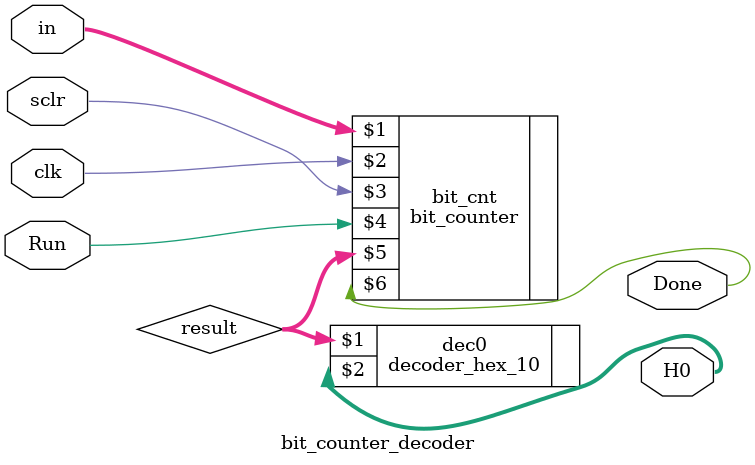
<source format=v>
module bit_counter_decoder (input [7:0] in,
									 input clk, sclr, Run,
									 output [0:6] H0,
									 output Done);
	wire [3:0] result;								 
	bit_counter bit_cnt(in, clk, sclr, Run, result, Done);
	decoder_hex_10 dec0(result, H0[0:6]);
	
endmodule

</source>
